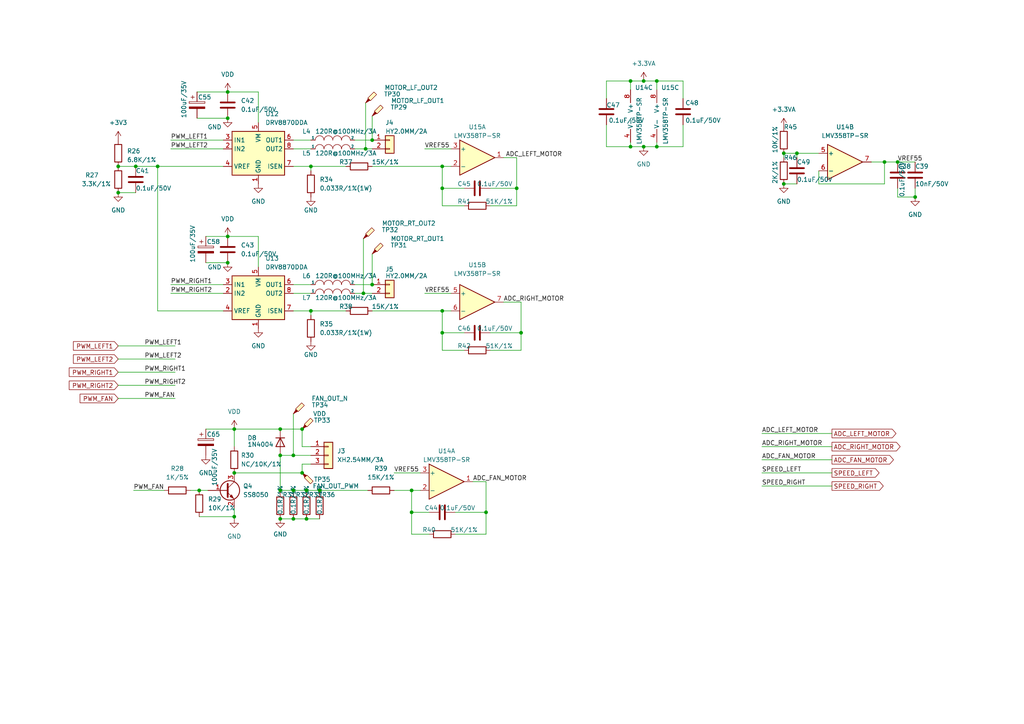
<source format=kicad_sch>
(kicad_sch (version 20231120) (generator "eeschema") (generator_version "8.0")
  (paper "A4")
  (lib_symbols
    (symbol "Amplifier_Operational:MCP6002-xSN" (pin_names (offset 0.127))
      (property "Reference" "U" (at 0 5.08 0))
      (property "Value" "MCP6002-xSN" (at 0 -5.08 0))
      (symbol "MCP6002-xSN_1_1"
        (polyline (pts (xy -5.08 5.08) (xy 5.08 0) (xy -5.08 -5.08) (xy -5.08 5.08)) (stroke (width 0.254)) (fill (type background)))
        (pin output line (at 7.62 0 180) (length 2.54) (name "~") (number "1"))
        (pin input line (at -7.62 -2.54 0) (length 2.54) (name "-") (number "2"))
        (pin input line (at -7.62 2.54 0) (length 2.54) (name "+") (number "3"))
      )
      (symbol "MCP6002-xSN_2_1"
        (polyline (pts (xy -5.08 5.08) (xy 5.08 0) (xy -5.08 -5.08) (xy -5.08 5.08)) (stroke (width 0.254)) (fill (type background)))
        (pin input line (at -7.62 2.54 0) (length 2.54) (name "+") (number "5"))
        (pin input line (at -7.62 -2.54 0) (length 2.54) (name "-") (number "6"))
        (pin output line (at 7.62 0 180) (length 2.54) (name "~") (number "7"))
      )
      (symbol "MCP6002-xSN_3_1"
        (pin power_in line (at -2.54 -7.62 90) (length 3.81) (name "V-") (number "4"))
        (pin power_in line (at -2.54 7.62 270) (length 3.81) (name "V+") (number "8"))
      )
    )
    (symbol "Connector:TestPoint_Probe" (pin_numbers hide) (pin_names (offset 0.762) hide)
      (property "Reference" "TP" (at 1.651 5.842 0))
      (property "Value" "TestPoint_Probe" (at 1.651 4.064 0))
      (symbol "TestPoint_Probe_0_1"
        (polyline (pts (xy 1.27 0.762) (xy 0 0) (xy 0.762 1.27) (xy 1.27 0.762)) (fill (type outline)))
        (polyline (pts (xy 1.397 0.635) (xy 0.635 1.397) (xy 2.413 3.175) (xy 3.175 2.413) (xy 1.397 0.635)) (fill (type background)))
      )
      (symbol "TestPoint_Probe_1_1"
        (pin passive line (at 0 0 90) (length 0) (name "1") (number "1"))
      )
    )
    (symbol "Connector_Generic:Conn_01x02" (pin_names (offset 1.016) hide)
      (property "Reference" "J" (at 0 2.54 0))
      (property "Value" "Conn_01x02" (at 0 -5.08 0))
      (symbol "Conn_01x02_1_1"
        (rectangle (start -1.27 -2.413) (end 0 -2.667) (stroke (width 0.1524)))
        (rectangle (start -1.27 0.127) (end 0 -0.127) (stroke (width 0.1524)))
        (rectangle (start -1.27 1.27) (end 1.27 -3.81) (stroke (width 0.254)) (fill (type background)))
        (pin passive line (at -5.08 0 0) (length 3.81) (name "Pin_1") (number "1"))
        (pin passive line (at -5.08 -2.54 0) (length 3.81) (name "Pin_2") (number "2"))
      )
    )
    (symbol "Connector_Generic:Conn_01x03" (pin_names (offset 1.016) hide)
      (property "Reference" "J" (at 0 5.08 0))
      (property "Value" "Conn_01x03" (at 0 -5.08 0))
      (symbol "Conn_01x03_1_1"
        (rectangle (start -1.27 -2.413) (end 0 -2.667) (stroke (width 0.1524)))
        (rectangle (start -1.27 0.127) (end 0 -0.127) (stroke (width 0.1524)))
        (rectangle (start -1.27 2.667) (end 0 2.413) (stroke (width 0.1524)))
        (rectangle (start -1.27 3.81) (end 1.27 -3.81) (stroke (width 0.254)) (fill (type background)))
        (pin passive line (at -5.08 2.54 0) (length 3.81) (name "Pin_1") (number "1"))
        (pin passive line (at -5.08 0 0) (length 3.81) (name "Pin_2") (number "2"))
        (pin passive line (at -5.08 -2.54 0) (length 3.81) (name "Pin_3") (number "3"))
      )
    )
    (symbol "Device:C" (pin_numbers hide) (pin_names (offset 0.254))
      (property "Reference" "C" (at 0.635 2.54 0))
      (property "Value" "C" (at 0.635 -2.54 0))
      (symbol "C_0_1"
        (polyline (pts (xy -2.032 -0.762) (xy 2.032 -0.762)) (stroke (width 0.508)))
        (polyline (pts (xy -2.032 0.762) (xy 2.032 0.762)) (stroke (width 0.508)))
      )
      (symbol "C_1_1"
        (pin passive line (at 0 3.81 270) (length 2.794) (name "~") (number "1"))
        (pin passive line (at 0 -3.81 90) (length 2.794) (name "~") (number "2"))
      )
    )
    (symbol "Device:C_Polarized" (pin_numbers hide) (pin_names (offset 0.254))
      (property "Reference" "C" (at 0.635 2.54 0))
      (property "Value" "C_Polarized" (at 0.635 -2.54 0))
      (symbol "C_Polarized_0_1"
        (rectangle (start -2.286 0.508) (end 2.286 1.016))
        (polyline (pts (xy -1.778 2.286) (xy -0.762 2.286)))
        (polyline (pts (xy -1.27 2.794) (xy -1.27 1.778)))
        (rectangle (start 2.286 -0.508) (end -2.286 -1.016) (fill (type outline)))
      )
      (symbol "C_Polarized_1_1"
        (pin passive line (at 0 3.81 270) (length 2.794) (name "~") (number "1"))
        (pin passive line (at 0 -3.81 90) (length 2.794) (name "~") (number "2"))
      )
    )
    (symbol "Device:D" (pin_numbers hide) (pin_names (offset 1.016) hide)
      (property "Reference" "D" (at 0 2.54 0))
      (property "Value" "D" (at 0 -2.54 0))
      (symbol "D_0_1"
        (polyline (pts (xy -1.27 1.27) (xy -1.27 -1.27)) (stroke (width 0.254)))
        (polyline (pts (xy 1.27 0) (xy -1.27 0)))
        (polyline (pts (xy 1.27 1.27) (xy 1.27 -1.27) (xy -1.27 0) (xy 1.27 1.27)) (stroke (width 0.254)))
      )
      (symbol "D_1_1"
        (pin passive line (at -3.81 0 0) (length 2.54) (name "K") (number "1"))
        (pin passive line (at 3.81 0 180) (length 2.54) (name "A") (number "2"))
      )
    )
    (symbol "Device:Q_NPN_BEC" (pin_names (offset 0) hide)
      (property "Reference" "Q" (at 5.08 1.27 0))
      (property "Value" "Q_NPN_BEC" (at 5.08 -1.27 0))
      (symbol "Q_NPN_BEC_0_1"
        (polyline (pts (xy 0.635 0.635) (xy 2.54 2.54)))
        (polyline (pts (xy 0.635 -0.635) (xy 2.54 -2.54) (xy 2.54 -2.54)))
        (polyline (pts (xy 0.635 1.905) (xy 0.635 -1.905) (xy 0.635 -1.905)) (stroke (width 0.508)))
        (polyline (pts (xy 1.27 -1.778) (xy 1.778 -1.27) (xy 2.286 -2.286) (xy 1.27 -1.778) (xy 1.27 -1.778)) (fill (type outline)))
        (circle (center 1.27 0) (radius 2.8194) (stroke (width 0.254)))
      )
      (symbol "Q_NPN_BEC_1_1"
        (pin input line (at -5.08 0 0) (length 5.715) (name "B") (number "1"))
        (pin passive line (at 2.54 -5.08 90) (length 2.54) (name "E") (number "2"))
        (pin passive line (at 2.54 5.08 270) (length 2.54) (name "C") (number "3"))
      )
    )
    (symbol "Device:R" (pin_numbers hide) (pin_names (offset 0))
      (property "Reference" "R" (at 2.032 0 90))
      (property "Value" "R" (at 0 0 90))
      (symbol "R_0_1"
        (rectangle (start -1.016 -2.54) (end 1.016 2.54) (stroke (width 0.254)))
      )
      (symbol "R_1_1"
        (pin passive line (at 0 3.81 270) (length 1.27) (name "~") (number "1"))
        (pin passive line (at 0 -3.81 90) (length 1.27) (name "~") (number "2"))
      )
    )
    (symbol "Driver_Motor:DRV8870DDA"
      (property "Reference" "U" (at -6.35 6.35 0))
      (property "Value" "DRV8870DDA" (at 8.89 6.35 0))
      (symbol "DRV8870DDA_0_1"
        (rectangle (start -7.62 5.08) (end 7.62 -7.62) (stroke (width 0.254)) (fill (type background)))
      )
      (symbol "DRV8870DDA_1_1"
        (pin power_in line (at 0 -10.16 90) (length 2.54) (name "GND") (number "1"))
        (pin input line (at -10.16 0 0) (length 2.54) (name "IN2") (number "2"))
        (pin input line (at -10.16 2.54 0) (length 2.54) (name "IN1") (number "3"))
        (pin input line (at -10.16 -5.08 0) (length 2.54) (name "VREF") (number "4"))
        (pin power_in line (at 0 7.62 270) (length 2.54) (name "VM") (number "5"))
        (pin output line (at 10.16 2.54 180) (length 2.54) (name "OUT1") (number "6"))
        (pin passive line (at 10.16 -5.08 180) (length 2.54) (name "ISEN") (number "7"))
        (pin output line (at 10.16 0 180) (length 2.54) (name "OUT2") (number "8"))
        (pin passive line (at 0 -10.16 90) (length 2.54) hide (name "GND") (number "9"))
      )
    )
    (symbol "power:+3.3VA" (power) (pin_names (offset 0))
      (property "Value" "+3.3VA" (at 0 3.556 0))
      (symbol "+3.3VA_0_1"
        (polyline (pts (xy -0.762 1.27) (xy 0 2.54)))
        (polyline (pts (xy 0 0) (xy 0 2.54)))
        (polyline (pts (xy 0 2.54) (xy 0.762 1.27)))
      )
      (symbol "+3.3VA_1_1"
        (pin power_in line (at 0 0 90) (length 0) hide (name "+3.3VA") (number "1"))
      )
    )
    (symbol "power:+3V3" (power) (pin_names (offset 0))
      (property "Value" "+3V3" (at 0 3.556 0))
      (symbol "+3V3_0_1"
        (polyline (pts (xy -0.762 1.27) (xy 0 2.54)))
        (polyline (pts (xy 0 0) (xy 0 2.54)))
        (polyline (pts (xy 0 2.54) (xy 0.762 1.27)))
      )
      (symbol "+3V3_1_1"
        (pin power_in line (at 0 0 90) (length 0) hide (name "+3V3") (number "1"))
      )
    )
    (symbol "power:GND" (power) (pin_names (offset 0))
      (property "Value" "GND" (at 0 -3.81 0))
      (symbol "GND_0_1"
        (polyline (pts (xy 0 0) (xy 0 -1.27) (xy 1.27 -1.27) (xy 0 -2.54) (xy -1.27 -1.27) (xy 0 -1.27)))
      )
      (symbol "GND_1_1"
        (pin power_in line (at 0 0 270) (length 0) hide (name "GND") (number "1"))
      )
    )
    (symbol "power:VDD" (power) (pin_names (offset 0))
      (property "Value" "VDD" (at 0 3.81 0))
      (symbol "VDD_0_1"
        (polyline (pts (xy -0.762 1.27) (xy 0 2.54)))
        (polyline (pts (xy 0 0) (xy 0 2.54)))
        (polyline (pts (xy 0 2.54) (xy 0.762 1.27)))
      )
      (symbol "VDD_1_1"
        (pin power_in line (at 0 0 90) (length 0) hide (name "VDD") (number "1"))
      )
    )
    (symbol "pspice:INDUCTOR" (pin_numbers hide) (pin_names (offset 0))
      (property "Reference" "L" (at 0 2.54 0))
      (property "Value" "INDUCTOR" (at 0 -1.27 0))
      (symbol "INDUCTOR_0_1"
        (arc (start -2.54 0) (mid -3.81 1.2645) (end -5.08 0))
        (arc (start 0 0) (mid -1.27 1.2645) (end -2.54 0))
        (arc (start 2.54 0) (mid 1.27 1.2645) (end 0 0))
        (arc (start 5.08 0) (mid 3.81 1.2645) (end 2.54 0))
      )
      (symbol "INDUCTOR_1_1"
        (pin input line (at -6.35 0 0) (length 1.27) (name "1") (number "1"))
        (pin input line (at 6.35 0 180) (length 1.27) (name "2") (number "2"))
      )
    )
  )
  (junction (at 39.37 48.26))
  (junction (at 90.17 48.26))
  (junction (at 66.04 68.58))
  (junction (at 140.97 148.59))
  (junction (at 88.9 150.495))
  (junction (at 186.69 23.495))
  (junction (at 128.27 54.61))
  (junction (at 88.9 142.24))
  (junction (at 256.54 46.99))
  (junction (at 85.09 150.495))
  (junction (at 128.27 48.26))
  (junction (at 45.72 48.26))
  (junction (at 81.28 150.495))
  (junction (at 128.27 90.17))
  (junction (at 149.86 54.61))
  (junction (at 87.63 137.16))
  (junction (at 119.38 148.59))
  (junction (at 85.09 142.24))
  (junction (at 67.945 137.16))
  (junction (at 105.41 85.09))
  (junction (at 182.88 23.495))
  (junction (at 81.28 124.46))
  (junction (at 67.945 149.86))
  (junction (at 57.785 142.24))
  (junction (at 190.5 42.545))
  (junction (at 151.13 96.52))
  (junction (at 67.945 124.46))
  (junction (at 34.29 48.26))
  (junction (at 231.14 44.45))
  (junction (at 119.38 142.24))
  (junction (at 265.43 57.15))
  (junction (at 227.33 53.34))
  (junction (at 227.33 44.45))
  (junction (at 87.63 124.46))
  (junction (at 128.27 96.52))
  (junction (at 260.35 46.99))
  (junction (at 81.28 132.08))
  (junction (at 34.29 55.88))
  (junction (at 85.09 132.08))
  (junction (at 182.88 42.545))
  (junction (at 186.69 42.545))
  (junction (at 90.17 90.17))
  (junction (at 92.71 142.24))
  (junction (at 190.5 23.495))
  (junction (at 107.95 40.64))
  (junction (at 106.045 43.18))
  (junction (at 81.28 142.24))
  (junction (at 107.95 82.55))
  (junction (at 66.04 76.2))
  (junction (at 66.04 26.67))
  (junction (at 66.04 34.29))
  (wire (pts (xy 87.63 137.16) (xy 87.63 134.62)))
  (wire (pts (xy 128.27 96.52) (xy 128.27 90.17)))
  (wire (pts (xy 85.09 142.24) (xy 85.09 142.875)))
  (wire (pts (xy 220.98 133.35) (xy 241.3 133.35)))
  (wire (pts (xy 128.27 59.69) (xy 128.27 54.61)))
  (wire (pts (xy 119.38 142.24) (xy 119.38 148.59)))
  (wire (pts (xy 132.08 154.94) (xy 140.97 154.94)))
  (wire (pts (xy 85.09 132.08) (xy 90.17 132.08)))
  (wire (pts (xy 64.77 90.17) (xy 45.72 90.17)))
  (wire (pts (xy 88.9 142.24) (xy 92.71 142.24)))
  (wire (pts (xy 119.38 148.59) (xy 124.46 148.59)))
  (wire (pts (xy 87.63 124.46) (xy 81.28 124.46)))
  (wire (pts (xy 102.87 43.18) (xy 106.045 43.18)))
  (wire (pts (xy 107.95 33.655) (xy 107.95 40.64)))
  (wire (pts (xy 149.86 45.72) (xy 146.05 45.72)))
  (wire (pts (xy 92.71 142.24) (xy 106.68 142.24)))
  (wire (pts (xy 260.35 57.15) (xy 265.43 57.15)))
  (wire (pts (xy 175.895 36.195) (xy 175.895 42.545)))
  (wire (pts (xy 265.43 54.61) (xy 265.43 57.15)))
  (wire (pts (xy 59.69 124.46) (xy 67.945 124.46)))
  (wire (pts (xy 107.95 90.17) (xy 128.27 90.17)))
  (wire (pts (xy 49.53 40.64) (xy 64.77 40.64)))
  (wire (pts (xy 114.3 137.16) (xy 121.92 137.16)))
  (wire (pts (xy 182.88 23.495) (xy 186.69 23.495)))
  (wire (pts (xy 260.35 54.61) (xy 260.35 57.15)))
  (wire (pts (xy 142.24 54.61) (xy 149.86 54.61)))
  (wire (pts (xy 140.97 139.7) (xy 137.16 139.7)))
  (wire (pts (xy 105.41 69.215) (xy 105.41 85.09)))
  (wire (pts (xy 66.04 26.67) (xy 74.93 26.67)))
  (wire (pts (xy 132.08 148.59) (xy 140.97 148.59)))
  (wire (pts (xy 74.93 68.58) (xy 74.93 77.47)))
  (wire (pts (xy 220.98 129.54) (xy 241.3 129.54)))
  (wire (pts (xy 128.27 90.17) (xy 130.81 90.17)))
  (wire (pts (xy 34.29 55.88) (xy 39.37 55.88)))
  (wire (pts (xy 85.09 85.09) (xy 90.17 85.09)))
  (wire (pts (xy 149.86 59.69) (xy 149.86 54.61)))
  (wire (pts (xy 256.54 46.99) (xy 260.35 46.99)))
  (wire (pts (xy 45.72 48.26) (xy 45.72 90.17)))
  (wire (pts (xy 182.88 23.495) (xy 182.88 26.035)))
  (wire (pts (xy 87.63 129.54) (xy 87.63 124.46)))
  (wire (pts (xy 107.95 73.66) (xy 107.95 82.55)))
  (wire (pts (xy 198.12 23.495) (xy 190.5 23.495)))
  (wire (pts (xy 175.895 42.545) (xy 182.88 42.545)))
  (wire (pts (xy 49.53 43.18) (xy 64.77 43.18)))
  (wire (pts (xy 85.09 142.24) (xy 88.9 142.24)))
  (wire (pts (xy 39.37 48.26) (xy 45.72 48.26)))
  (wire (pts (xy 106.045 43.18) (xy 107.95 43.18)))
  (wire (pts (xy 85.09 43.18) (xy 90.17 43.18)))
  (wire (pts (xy 134.62 59.69) (xy 128.27 59.69)))
  (wire (pts (xy 123.19 85.09) (xy 130.81 85.09)))
  (wire (pts (xy 142.24 101.6) (xy 151.13 101.6)))
  (wire (pts (xy 67.945 147.32) (xy 67.945 149.86)))
  (wire (pts (xy 237.49 53.34) (xy 256.54 53.34)))
  (wire (pts (xy 124.46 154.94) (xy 119.38 154.94)))
  (wire (pts (xy 190.5 42.545) (xy 198.12 42.545)))
  (wire (pts (xy 81.28 150.495) (xy 85.09 150.495)))
  (wire (pts (xy 186.69 23.495) (xy 190.5 23.495)))
  (wire (pts (xy 74.93 26.67) (xy 74.93 35.56)))
  (wire (pts (xy 128.27 101.6) (xy 128.27 96.52)))
  (wire (pts (xy 67.945 124.46) (xy 67.945 129.54)))
  (wire (pts (xy 220.98 125.73) (xy 241.3 125.73)))
  (wire (pts (xy 175.895 23.495) (xy 182.88 23.495)))
  (wire (pts (xy 190.5 42.545) (xy 186.69 42.545)))
  (wire (pts (xy 190.5 41.275) (xy 190.5 42.545)))
  (wire (pts (xy 88.9 142.24) (xy 88.9 142.875)))
  (wire (pts (xy 123.19 43.18) (xy 130.81 43.18)))
  (wire (pts (xy 102.87 82.55) (xy 107.95 82.55)))
  (wire (pts (xy 151.13 87.63) (xy 146.05 87.63)))
  (wire (pts (xy 85.09 40.64) (xy 90.17 40.64)))
  (wire (pts (xy 107.95 48.26) (xy 128.27 48.26)))
  (wire (pts (xy 81.28 142.24) (xy 85.09 142.24)))
  (wire (pts (xy 34.29 104.14) (xy 50.8 104.14)))
  (wire (pts (xy 198.12 42.545) (xy 198.12 36.195)))
  (wire (pts (xy 90.17 48.26) (xy 100.33 48.26)))
  (wire (pts (xy 237.49 49.53) (xy 237.49 53.34)))
  (wire (pts (xy 90.17 49.53) (xy 90.17 48.26)))
  (wire (pts (xy 151.13 101.6) (xy 151.13 96.52)))
  (wire (pts (xy 128.27 54.61) (xy 128.27 48.26)))
  (wire (pts (xy 182.88 42.545) (xy 182.88 41.275)))
  (wire (pts (xy 190.5 26.035) (xy 190.5 23.495)))
  (wire (pts (xy 128.27 96.52) (xy 134.62 96.52)))
  (wire (pts (xy 87.63 134.62) (xy 90.17 134.62)))
  (wire (pts (xy 57.15 26.67) (xy 66.04 26.67)))
  (wire (pts (xy 90.17 91.44) (xy 90.17 90.17)))
  (wire (pts (xy 81.28 142.24) (xy 81.28 142.875)))
  (wire (pts (xy 57.785 149.86) (xy 67.945 149.86)))
  (wire (pts (xy 85.09 48.26) (xy 90.17 48.26)))
  (wire (pts (xy 256.54 53.34) (xy 256.54 46.99)))
  (wire (pts (xy 231.14 44.45) (xy 231.14 45.72)))
  (wire (pts (xy 227.33 53.34) (xy 231.14 53.34)))
  (wire (pts (xy 140.97 154.94) (xy 140.97 148.59)))
  (wire (pts (xy 81.28 132.08) (xy 85.09 132.08)))
  (wire (pts (xy 59.69 68.58) (xy 66.04 68.58)))
  (wire (pts (xy 142.24 59.69) (xy 149.86 59.69)))
  (wire (pts (xy 34.29 100.33) (xy 50.8 100.33)))
  (wire (pts (xy 88.9 150.495) (xy 92.71 150.495)))
  (wire (pts (xy 256.54 46.99) (xy 252.73 46.99)))
  (wire (pts (xy 45.72 48.26) (xy 64.77 48.26)))
  (wire (pts (xy 149.86 54.61) (xy 149.86 45.72)))
  (wire (pts (xy 260.35 46.99) (xy 265.43 46.99)))
  (wire (pts (xy 227.33 45.72) (xy 227.33 44.45)))
  (wire (pts (xy 85.09 150.495) (xy 88.9 150.495)))
  (wire (pts (xy 85.09 90.17) (xy 90.17 90.17)))
  (wire (pts (xy 57.15 34.29) (xy 66.04 34.29)))
  (wire (pts (xy 49.53 82.55) (xy 64.77 82.55)))
  (wire (pts (xy 128.27 48.26) (xy 130.81 48.26)))
  (wire (pts (xy 119.38 148.59) (xy 119.38 154.94)))
  (wire (pts (xy 90.17 90.17) (xy 100.33 90.17)))
  (wire (pts (xy 57.785 142.24) (xy 60.325 142.24)))
  (wire (pts (xy 151.13 96.52) (xy 151.13 87.63)))
  (wire (pts (xy 220.98 137.16) (xy 241.3 137.16)))
  (wire (pts (xy 142.24 96.52) (xy 151.13 96.52)))
  (wire (pts (xy 105.41 85.09) (xy 107.95 85.09)))
  (wire (pts (xy 34.29 111.76) (xy 50.8 111.76)))
  (wire (pts (xy 140.97 148.59) (xy 140.97 139.7)))
  (wire (pts (xy 34.29 107.95) (xy 50.8 107.95)))
  (wire (pts (xy 102.87 40.64) (xy 107.95 40.64)))
  (wire (pts (xy 106.045 29.845) (xy 106.045 43.18)))
  (wire (pts (xy 231.14 44.45) (xy 237.49 44.45)))
  (wire (pts (xy 87.63 129.54) (xy 90.17 129.54)))
  (wire (pts (xy 34.29 115.57) (xy 50.8 115.57)))
  (wire (pts (xy 175.895 28.575) (xy 175.895 23.495)))
  (wire (pts (xy 34.29 48.26) (xy 39.37 48.26)))
  (wire (pts (xy 38.735 142.24) (xy 47.625 142.24)))
  (wire (pts (xy 85.09 120.015) (xy 85.09 132.08)))
  (wire (pts (xy 67.945 150.495) (xy 67.945 149.86)))
  (wire (pts (xy 119.38 142.24) (xy 121.92 142.24)))
  (wire (pts (xy 92.71 142.24) (xy 92.71 142.875)))
  (wire (pts (xy 220.98 140.97) (xy 241.3 140.97)))
  (wire (pts (xy 186.69 42.545) (xy 182.88 42.545)))
  (wire (pts (xy 134.62 101.6) (xy 128.27 101.6)))
  (wire (pts (xy 85.09 82.55) (xy 90.17 82.55)))
  (wire (pts (xy 134.62 54.61) (xy 128.27 54.61)))
  (wire (pts (xy 81.28 132.08) (xy 81.28 142.24)))
  (wire (pts (xy 59.69 76.2) (xy 66.04 76.2)))
  (wire (pts (xy 66.04 68.58) (xy 74.93 68.58)))
  (wire (pts (xy 114.3 142.24) (xy 119.38 142.24)))
  (wire (pts (xy 55.245 142.24) (xy 57.785 142.24)))
  (wire (pts (xy 67.945 137.16) (xy 87.63 137.16)))
  (wire (pts (xy 67.945 124.46) (xy 81.28 124.46)))
  (wire (pts (xy 102.87 85.09) (xy 105.41 85.09)))
  (wire (pts (xy 198.12 28.575) (xy 198.12 23.495)))
  (wire (pts (xy 49.53 85.09) (xy 64.77 85.09)))
  (wire (pts (xy 227.33 44.45) (xy 231.14 44.45)))
  (label "VREF55" (at 114.3 137.16 0))
  (label "ADC_RIGHT_MOTOR" (at 146.05 87.63 0))
  (label "VREF55" (at 123.19 43.18 0))
  (label "ADC_FAN_MOTOR" (at 137.16 139.7 0))
  (label "PWM_LEFT2" (at 41.91 104.14 0))
  (label "ADC_RIGHT_MOTOR" (at 220.98 129.54 0))
  (label "SPEED_LEFT" (at 220.98 137.16 0))
  (label "VREF55" (at 260.35 46.99 0))
  (label "VREF55" (at 123.19 85.09 0))
  (label "PWM_FAN" (at 41.91 115.57 0))
  (label "SPEED_RIGHT" (at 220.98 140.97 0))
  (label "PWM_LEFT1" (at 49.53 40.64 0))
  (label "PWM_RIGHT2" (at 41.91 111.76 0))
  (label "ADC_FAN_MOTOR" (at 220.98 133.35 0))
  (label "PWM_RIGHT1" (at 49.53 82.55 0))
  (label "PWM_LEFT1" (at 41.91 100.33 0))
  (label "PWM_LEFT2" (at 49.53 43.18 0))
  (label "ADC_LEFT_MOTOR" (at 146.685 45.72 0))
  (label "PWM_RIGHT1" (at 41.91 107.95 0))
  (label "PWM_RIGHT2" (at 49.53 85.09 0))
  (label "PWM_FAN" (at 38.735 142.24 0))
  (label "ADC_LEFT_MOTOR" (at 220.98 125.73 0))
  (global_label "PWM_FAN" (shape input) (at 34.29 115.57 180) (property "Intersheetrefs" "${INTERSHEET_REFS}" (effects (hide yes))))
  (global_label "ADC_FAN_MOTOR" (shape output) (at 241.3 133.35 0) (property "Intersheetrefs" "${INTERSHEET_REFS}" (effects (hide yes))))
  (global_label "PWM_RIGHT2" (shape input) (at 34.29 111.76 180) (property "Intersheetrefs" "${INTERSHEET_REFS}" (effects (hide yes))))
  (global_label "ADC_LEFT_MOTOR" (shape output) (at 241.3 125.73 0) (property "Intersheetrefs" "${INTERSHEET_REFS}" (effects (hide yes))))
  (global_label "PWM_LEFT2" (shape input) (at 34.29 104.14 180) (property "Intersheetrefs" "${INTERSHEET_REFS}" (effects (hide yes))))
  (global_label "ADC_RIGHT_MOTOR" (shape output) (at 241.3 129.54 0) (property "Intersheetrefs" "${INTERSHEET_REFS}" (effects (hide yes))))
  (global_label "SPEED_LEFT" (shape output) (at 241.3 137.16 0) (property "Intersheetrefs" "${INTERSHEET_REFS}" (effects (hide yes))))
  (global_label "PWM_RIGHT1" (shape input) (at 34.29 107.95 180) (property "Intersheetrefs" "${INTERSHEET_REFS}" (effects (hide yes))))
  (global_label "SPEED_RIGHT" (shape output) (at 241.3 140.97 0) (property "Intersheetrefs" "${INTERSHEET_REFS}" (effects (hide yes))))
  (global_label "PWM_LEFT1" (shape input) (at 34.29 100.33 180) (property "Intersheetrefs" "${INTERSHEET_REFS}" (effects (hide yes))))
  (symbol (lib_id "Device:C") (at 66.04 72.39 0) (unit 1)
    (property "Reference" "C43" (at 69.85 71.1199 0) (effects (justify left)))
    (property "Value" "0.1uF/50V" (at 69.85 73.6599 0) (effects (justify left)))
    (property "Footprint" "Capacitor_SMD:C_0603_1608Metric" (effects (hide yes)))
  )
  (symbol (lib_id "Device:C") (at 138.43 96.52 90) (unit 1)
    (property "Reference" "C46" (at 134.62 95.25 90))
    (property "Value" "0.1uF/50V" (at 143.51 95.25 90))
    (property "Footprint" "Capacitor_SMD:C_0603_1608Metric" (effects (hide yes)))
  )
  (symbol (lib_id "Device:C") (at 231.14 49.53 0) (unit 1)
    (property "Reference" "C49" (at 231.14 46.99 0) (effects (justify left)))
    (property "Value" "0.1uF/50V" (at 231.14 52.07 0) (effects (justify left)))
    (property "Footprint" "Capacitor_SMD:C_0603_1608Metric" (effects (hide yes)))
  )
  (symbol (lib_id "Amplifier_Operational:MCP6002-xSN") (at 138.43 45.72 0) (unit 1)
    (property "Reference" "U15" (at 138.43 36.83 0))
    (property "Value" "LMV358TP-SR" (at 138.43 39.37 0))
    (property "Footprint" "Package_SO:SOIC-8_3.9x4.9mm_P1.27mm" (effects (hide yes)))
    (property "Datasheet" "http://ww1.microchip.com/downloads/en/DeviceDoc/21733j.pdf" (effects (hide yes)))
  )
  (symbol (lib_id "Device:R") (at 57.785 146.05 180) (unit 1)
    (property "Reference" "R29" (at 60.325 144.7799 0) (effects (justify right)))
    (property "Value" "10K/1%" (at 60.325 147.3199 0) (effects (justify right)))
    (property "Footprint" "Resistor_SMD:R_0603_1608Metric" (effects (hide yes)))
  )
  (symbol (lib_id "Device:C") (at 175.895 32.385 0) (unit 1)
    (property "Reference" "C47" (at 175.895 30.48 0) (effects (justify left)))
    (property "Value" "0.1uF/50V" (at 176.53 34.925 0) (effects (justify left)))
    (property "Footprint" "Capacitor_SMD:C_0603_1608Metric" (effects (hide yes)))
  )
  (symbol (lib_id "Device:R") (at 227.33 49.53 0) (unit 1)
    (property "Reference" "R46" (at 227.33 45.72 0) (effects (justify left)))
    (property "Value" "2K/1%" (at 224.79 53.34 90) (effects (justify left)))
    (property "Footprint" "Resistor_SMD:R_0603_1608Metric" (effects (hide yes)))
  )
  (symbol (lib_id "Connector:TestPoint_Probe") (at 107.95 73.66 0) (unit 1)
    (property "Reference" "TP31" (at 118.11 71.12 0) (effects (justify right)))
    (property "Value" "MOTOR_RT_OUT1" (at 128.905 69.215 0) (effects (justify right)))
    (property "Footprint" "TestPoint:TestPoint_Pad_D1.0mm" (effects (hide yes)))
  )
  (symbol (lib_id "power:GND") (at 74.93 53.34 0) (unit 1)
    (property "Reference" "#PWR0161" (effects (hide yes)))
    (property "Value" "GND" (at 74.93 58.42 0))
  )
  (symbol (lib_id "Device:R") (at 110.49 142.24 90) (unit 1)
    (property "Reference" "R39" (at 110.49 135.89 90))
    (property "Value" "15K/1%" (at 110.49 138.43 90))
    (property "Footprint" "Resistor_SMD:R_0603_1608Metric" (effects (hide yes)))
  )
  (symbol (lib_id "Device:R") (at 90.17 95.25 0) (unit 1)
    (property "Reference" "R35" (at 92.71 93.9799 0) (effects (justify left)))
    (property "Value" "0.033R/1%(1W)" (at 92.71 96.5199 0) (effects (justify left)))
    (property "Footprint" "Resistor_SMD:R_1206_3216Metric" (effects (hide yes)))
  )
  (symbol (lib_id "Connector:TestPoint_Probe") (at 106.045 29.845 0) (unit 1)
    (property "Reference" "TP30" (at 116.205 27.305 0) (effects (justify right)))
    (property "Value" "MOTOR_LF_OUT2" (at 127 25.4 0) (effects (justify right)))
    (property "Footprint" "TestPoint:TestPoint_Pad_D1.0mm" (effects (hide yes)))
  )
  (symbol (lib_id "Amplifier_Operational:MCP6002-xSN") (at 138.43 87.63 0) (unit 2)
    (property "Reference" "U15" (at 138.43 76.835 0))
    (property "Value" "LMV358TP-SR" (at 138.43 79.375 0))
    (property "Footprint" "Package_SO:SOIC-8_3.9x4.9mm_P1.27mm" (effects (hide yes)))
    (property "Datasheet" "http://ww1.microchip.com/downloads/en/DeviceDoc/21733j.pdf" (effects (hide yes)))
  )
  (symbol (lib_id "power:GND") (at 67.945 150.495 0) (unit 1)
    (property "Reference" "#PWR0164" (effects (hide yes)))
    (property "Value" "GND" (at 67.945 155.575 0))
  )
  (symbol (lib_id "Driver_Motor:DRV8870DDA") (at 74.93 85.09 0) (unit 1)
    (property "Reference" "U13" (at 76.9494 74.93 0) (effects (justify left)))
    (property "Value" "DRV8870DDA" (at 76.9494 77.47 0) (effects (justify left)))
    (property "Footprint" "Package_SO:Texas_HTSOP-8-1EP_3.9x4.9mm_P1.27mm_EP2.95x4.9mm_Mask2.4x3.1mm_ThermalVias" (effects (hide yes)))
    (property "Datasheet" "http://www.ti.com/lit/ds/symlink/drv8870.pdf" (effects (hide yes)))
  )
  (symbol (lib_id "power:+3V3") (at 34.29 40.64 0) (unit 1)
    (property "Reference" "#PWR0183" (effects (hide yes)))
    (property "Value" "+3V3" (at 34.29 35.56 0))
  )
  (symbol (lib_id "Amplifier_Operational:MCP6002-xSN") (at 129.54 139.7 0) (unit 1)
    (property "Reference" "U14" (at 129.54 130.81 0))
    (property "Value" "LMV358TP-SR" (at 129.54 133.35 0))
    (property "Footprint" "Package_SO:SOIC-8_3.9x4.9mm_P1.27mm" (effects (hide yes)))
    (property "Datasheet" "http://ww1.microchip.com/downloads/en/DeviceDoc/21733j.pdf" (effects (hide yes)))
  )
  (symbol (lib_id "power:GND") (at 186.69 42.545 0) (unit 1)
    (property "Reference" "#PWR0169" (effects (hide yes)))
    (property "Value" "GND" (at 186.69 47.625 0))
  )
  (symbol (lib_id "power:GND") (at 34.29 55.88 0) (unit 1)
    (property "Reference" "#PWR0184" (effects (hide yes)))
    (property "Value" "GND" (at 34.29 60.96 0))
  )
  (symbol (lib_id "Driver_Motor:DRV8870DDA") (at 74.93 43.18 0) (unit 1)
    (property "Reference" "U12" (at 76.9494 33.02 0) (effects (justify left)))
    (property "Value" "DRV8870DDA" (at 76.9494 35.56 0) (effects (justify left)))
    (property "Footprint" "Package_SO:Texas_HTSOP-8-1EP_3.9x4.9mm_P1.27mm_EP2.95x4.9mm_Mask2.4x3.1mm_ThermalVias" (effects (hide yes)))
    (property "Datasheet" "http://www.ti.com/lit/ds/symlink/drv8870.pdf" (effects (hide yes)))
  )
  (symbol (lib_id "Device:R") (at 104.14 48.26 90) (unit 1)
    (property "Reference" "R37" (at 100.33 46.99 90))
    (property "Value" "15K/1%" (at 111.76 46.99 90))
    (property "Footprint" "Resistor_SMD:R_0603_1608Metric" (effects (hide yes)))
  )
  (symbol (lib_id "power:GND") (at 66.04 34.29 0) (unit 1)
    (property "Reference" "#PWR0173" (effects (hide yes)))
    (property "Value" "GND" (at 62.23 36.83 0))
  )
  (symbol (lib_id "Device:C_Polarized") (at 57.15 30.48 0) (unit 1)
    (property "Reference" "C55" (at 57.404 28.194 0) (effects (justify left)))
    (property "Value" "100uF/35V" (at 53.34 34.29 90) (effects (justify left)))
    (property "Footprint" "Capacitor_SMD:CP_Elec_6.3x5.4" (effects (hide yes)))
  )
  (symbol (lib_id "Connector:TestPoint_Probe") (at 87.63 137.16 270) (unit 1)
    (property "Reference" "TP35" (at 95.885 139.065 90) (effects (justify right)))
    (property "Value" "FAN_OUT_PWM" (at 104.14 140.97 90) (effects (justify right)))
    (property "Footprint" "TestPoint:TestPoint_Pad_D1.0mm" (effects (hide yes)))
  )
  (symbol (lib_id "Device:R") (at 227.33 40.64 0) (unit 1)
    (property "Reference" "R45" (at 227.33 36.83 0) (effects (justify left)))
    (property "Value" "10K/1%" (at 224.79 44.45 90) (effects (justify left)))
    (property "Footprint" "Resistor_SMD:R_0603_1608Metric" (effects (hide yes)))
  )
  (symbol (lib_id "Connector:TestPoint_Probe") (at 85.09 120.015 0) (unit 1)
    (property "Reference" "TP34" (at 95.25 117.475 0) (effects (justify right)))
    (property "Value" "FAN_OUT_N" (at 100.965 115.57 0) (effects (justify right)))
    (property "Footprint" "TestPoint:TestPoint_Pad_D1.0mm" (effects (hide yes)))
  )
  (symbol (lib_id "power:+3.3VA") (at 227.33 36.83 0) (unit 1)
    (property "Reference" "#PWR0179" (effects (hide yes)))
    (property "Value" "+3.3VA" (at 227.33 31.75 0))
  )
  (symbol (lib_id "Connector_Generic:Conn_01x03") (at 95.25 132.08 0) (unit 1)
    (property "Reference" "J3" (at 97.79 130.8099 0) (effects (justify left)))
    (property "Value" "XH2.54MM/3A" (at 97.79 133.3499 0) (effects (justify left)))
    (property "Footprint" "Connector_JST:JST_XH_B3B-XH-A_1x03_P2.50mm_Vertical" (effects (hide yes)))
  )
  (symbol (lib_id "power:GND") (at 90.17 57.15 0) (unit 1)
    (property "Reference" "#PWR0172" (effects (hide yes)))
    (property "Value" "GND" (at 90.17 60.96 0))
  )
  (symbol (lib_id "Connector_Generic:Conn_01x02") (at 113.03 82.55 0) (unit 1)
    (property "Reference" "J5" (at 111.76 78.105 0) (effects (justify left)))
    (property "Value" "HY2.0MM/2A" (at 111.76 80.01 0) (effects (justify left)))
    (property "Footprint" "Ovo_Connector_YH:YH_HY_2A_1x02_P2.00mm_Vertical" (effects (hide yes)))
  )
  (symbol (lib_id "Device:C") (at 138.43 54.61 90) (unit 1)
    (property "Reference" "C45" (at 134.62 53.34 90))
    (property "Value" "0.1uF/50V" (at 143.51 53.34 90))
    (property "Footprint" "Capacitor_SMD:C_0603_1608Metric" (effects (hide yes)))
  )
  (symbol (lib_id "Device:R") (at 128.27 154.94 90) (unit 1)
    (property "Reference" "R40" (at 124.46 153.67 90))
    (property "Value" "51K/1%" (at 134.62 153.67 90))
    (property "Footprint" "Resistor_SMD:R_0603_1608Metric" (effects (hide yes)))
  )
  (symbol (lib_id "Device:C") (at 66.04 30.48 0) (unit 1)
    (property "Reference" "C42" (at 69.85 29.2099 0) (effects (justify left)))
    (property "Value" "0.1uF/50V" (at 69.85 31.7499 0) (effects (justify left)))
    (property "Footprint" "Capacitor_SMD:C_0603_1608Metric" (effects (hide yes)))
  )
  (symbol (lib_id "Device:R") (at 138.43 59.69 90) (unit 1)
    (property "Reference" "R41" (at 134.62 58.42 90))
    (property "Value" "51K/1%" (at 144.78 58.42 90))
    (property "Footprint" "Resistor_SMD:R_0603_1608Metric" (effects (hide yes)))
  )
  (symbol (lib_id "Amplifier_Operational:MCP6002-xSN") (at 193.04 33.655 0) (unit 3)
    (property "Reference" "U15" (at 191.77 25.4 0) (effects (justify left)))
    (property "Value" "LMV358TP-SR" (at 193.04 41.91 90) (effects (justify left)))
    (property "Footprint" "Package_SO:SOIC-8_3.9x4.9mm_P1.27mm" (effects (hide yes)))
    (property "Datasheet" "http://ww1.microchip.com/downloads/en/DeviceDoc/21733j.pdf" (effects (hide yes)))
  )
  (symbol (lib_id "pspice:INDUCTOR") (at 96.52 82.55 0) (unit 1)
    (property "Reference" "L6" (at 88.9 80.01 0))
    (property "Value" "120R@100MHz/3A" (at 100.33 80.01 0))
    (property "Footprint" "Inductor_SMD:L_1206_3216Metric" (effects (hide yes)))
  )
  (symbol (lib_id "Device:Q_NPN_BEC") (at 65.405 142.24 0) (unit 1)
    (property "Reference" "Q4" (at 70.485 140.9699 0) (effects (justify left)))
    (property "Value" "SS8050" (at 70.485 143.5099 0) (effects (justify left)))
    (property "Footprint" "Package_TO_SOT_SMD:SOT-23" (effects (hide yes)))
  )
  (symbol (lib_id "Device:R") (at 90.17 53.34 0) (unit 1)
    (property "Reference" "R34" (at 92.71 52.0699 0) (effects (justify left)))
    (property "Value" "0.033R/1%(1W)" (at 92.71 54.6099 0) (effects (justify left)))
    (property "Footprint" "Resistor_SMD:R_1206_3216Metric" (effects (hide yes)))
  )
  (symbol (lib_id "Device:R") (at 88.9 146.685 0) (unit 1)
    (property "Reference" "R33" (at 89.535 143.51 0) (effects (justify left)))
    (property "Value" "0.1R/1%" (at 88.9 149.225 90) (effects (justify left)))
    (property "Footprint" "Resistor_SMD:R_0805_2012Metric" (effects (hide yes)))
  )
  (symbol (lib_id "Connector:TestPoint_Probe") (at 105.41 69.215 0) (unit 1)
    (property "Reference" "TP32" (at 115.57 66.675 0) (effects (justify right)))
    (property "Value" "MOTOR_RT_OUT2" (at 126.365 64.77 0) (effects (justify right)))
    (property "Footprint" "TestPoint:TestPoint_Pad_D1.0mm" (effects (hide yes)))
  )
  (symbol (lib_id "power:GND") (at 74.93 95.25 0) (unit 1)
    (property "Reference" "#PWR0159" (effects (hide yes)))
    (property "Value" "GND" (at 74.93 100.33 0))
  )
  (symbol (lib_id "power:GND") (at 90.17 99.06 0) (unit 1)
    (property "Reference" "#PWR0185" (effects (hide yes)))
    (property "Value" "GND" (at 90.17 102.87 0))
  )
  (symbol (lib_id "Device:R") (at 92.71 146.685 0) (unit 1)
    (property "Reference" "R36" (at 93.345 143.51 0) (effects (justify left)))
    (property "Value" "0.1R/1%" (at 92.71 149.225 90) (effects (justify left)))
    (property "Footprint" "Resistor_SMD:R_0805_2012Metric" (effects (hide yes)))
  )
  (symbol (lib_id "power:GND") (at 66.04 76.2 0) (unit 1)
    (property "Reference" "#PWR0170" (effects (hide yes)))
    (property "Value" "GND" (at 62.23 77.47 0))
  )
  (symbol (lib_id "Device:R") (at 34.29 44.45 0) (unit 1)
    (property "Reference" "R26" (at 36.83 43.815 0) (effects (justify left)))
    (property "Value" "6.8K/1%" (at 36.83 46.355 0) (effects (justify left)))
    (property "Footprint" "Resistor_SMD:R_0603_1608Metric" (effects (hide yes)))
  )
  (symbol (lib_id "Connector:TestPoint_Probe") (at 87.63 124.46 0) (unit 1)
    (property "Reference" "TP33" (at 95.885 121.92 0) (effects (justify right)))
    (property "Value" "VDD" (at 94.615 120.015 0) (effects (justify right)))
    (property "Footprint" "TestPoint:TestPoint_Pad_D1.0mm" (effects (hide yes)))
  )
  (symbol (lib_id "Device:C") (at 39.37 52.07 0) (unit 1)
    (property "Reference" "C41" (at 39.37 49.53 0) (effects (justify left)))
    (property "Value" "0.1uF/50V" (at 39.37 54.61 0) (effects (justify left)))
    (property "Footprint" "Capacitor_SMD:C_0603_1608Metric" (effects (hide yes)))
  )
  (symbol (lib_id "power:+3.3VA") (at 186.69 23.495 0) (unit 1)
    (property "Reference" "#PWR0168" (effects (hide yes)))
    (property "Value" "+3.3VA" (at 186.69 18.415 0))
  )
  (symbol (lib_id "Amplifier_Operational:MCP6002-xSN") (at 245.11 46.99 0) (unit 2)
    (property "Reference" "U14" (at 245.11 36.83 0))
    (property "Value" "LMV358TP-SR" (at 245.11 39.37 0))
    (property "Footprint" "Package_SO:SOIC-8_3.9x4.9mm_P1.27mm" (effects (hide yes)))
    (property "Datasheet" "http://ww1.microchip.com/downloads/en/DeviceDoc/21733j.pdf" (effects (hide yes)))
  )
  (symbol (lib_id "Device:C_Polarized") (at 59.69 128.27 0) (unit 1)
    (property "Reference" "C65" (at 59.944 125.984 0) (effects (justify left)))
    (property "Value" "100uF/35V" (at 62.23 140.97 90) (effects (justify left)))
    (property "Footprint" "Capacitor_SMD:CP_Elec_6.3x5.4" (effects (hide yes)))
  )
  (symbol (lib_id "pspice:INDUCTOR") (at 96.52 85.09 0) (unit 1)
    (property "Reference" "L7" (at 88.9 86.36 0))
    (property "Value" "120R@100MHz/3A" (at 100.33 86.36 0))
    (property "Footprint" "Inductor_SMD:L_1206_3216Metric" (effects (hide yes)))
  )
  (symbol (lib_id "Device:R") (at 34.29 52.07 0) (unit 1)
    (property "Reference" "R27" (at 26.67 50.8 0))
    (property "Value" "3.3K/1%" (at 27.94 53.34 0))
    (property "Footprint" "Resistor_SMD:R_0603_1608Metric" (effects (hide yes)))
  )
  (symbol (lib_id "power:GND") (at 59.69 132.08 0) (unit 1)
    (property "Reference" "#PWR0165" (effects (hide yes)))
    (property "Value" "GND" (at 59.69 137.16 0))
  )
  (symbol (lib_id "Device:C") (at 198.12 32.385 0) (unit 1)
    (property "Reference" "C48" (at 198.755 29.845 0) (effects (justify left)))
    (property "Value" "0.1uF/50V" (at 198.755 34.925 0) (effects (justify left)))
    (property "Footprint" "Capacitor_SMD:C_0603_1608Metric" (effects (hide yes)))
  )
  (symbol (lib_id "Device:C") (at 265.43 50.8 0) (unit 1)
    (property "Reference" "C39" (at 265.43 48.26 0) (effects (justify left)))
    (property "Value" "10nF/50V" (at 265.43 53.34 0) (effects (justify left)))
    (property "Footprint" "Capacitor_SMD:C_0603_1608Metric" (effects (hide yes)))
  )
  (symbol (lib_id "Connector_Generic:Conn_01x02") (at 113.03 40.64 0) (unit 1)
    (property "Reference" "J4" (at 111.76 35.56 0) (effects (justify left)))
    (property "Value" "HY2.0MM/2A" (at 111.76 38.1 0) (effects (justify left)))
    (property "Footprint" "Ovo_Connector_YH:YH_HY_2A_1x02_P2.00mm_Vertical" (effects (hide yes)))
  )
  (symbol (lib_id "pspice:INDUCTOR") (at 96.52 40.64 0) (unit 1)
    (property "Reference" "L4" (at 88.9 38.1 0))
    (property "Value" "120R@100MHz/3A" (at 100.33 38.1 0))
    (property "Footprint" "Inductor_SMD:L_1206_3216Metric" (effects (hide yes)))
  )
  (symbol (lib_id "Connector:TestPoint_Probe") (at 107.95 33.655 0) (unit 1)
    (property "Reference" "TP29" (at 118.11 31.115 0) (effects (justify right)))
    (property "Value" "MOTOR_LF_OUT1" (at 128.905 29.21 0) (effects (justify right)))
    (property "Footprint" "TestPoint:TestPoint_Pad_D1.0mm" (effects (hide yes)))
  )
  (symbol (lib_id "Device:C") (at 260.35 50.8 0) (unit 1)
    (property "Reference" "C38" (at 260.35 48.26 0) (effects (justify left)))
    (property "Value" "0.1uF/50V" (at 261.62 57.15 90) (effects (justify left)))
    (property "Footprint" "Capacitor_SMD:C_0603_1608Metric" (effects (hide yes)))
  )
  (symbol (lib_id "pspice:INDUCTOR") (at 96.52 43.18 0) (unit 1)
    (property "Reference" "L5" (at 88.9 44.45 0))
    (property "Value" "120R@100MHz/3A" (at 100.33 44.45 0))
    (property "Footprint" "Inductor_SMD:L_1206_3216Metric" (effects (hide yes)))
  )
  (symbol (lib_id "Device:R") (at 85.09 146.685 0) (unit 1)
    (property "Reference" "R32" (at 85.725 143.51 0) (effects (justify left)))
    (property "Value" "0.1R/1%" (at 85.09 149.225 90) (effects (justify left)))
    (property "Footprint" "Resistor_SMD:R_0805_2012Metric" (effects (hide yes)))
  )
  (symbol (lib_id "power:VDD") (at 67.945 124.46 0) (unit 1)
    (property "Reference" "#PWR0167" (effects (hide yes)))
    (property "Value" "VDD" (at 67.945 119.38 0))
  )
  (symbol (lib_id "Device:R") (at 51.435 142.24 90) (unit 1)
    (property "Reference" "R28" (at 51.435 135.89 90))
    (property "Value" "1K/5%" (at 51.435 138.43 90))
    (property "Footprint" "Resistor_SMD:R_0603_1608Metric" (effects (hide yes)))
  )
  (symbol (lib_id "Amplifier_Operational:MCP6002-xSN") (at 185.42 33.655 0) (unit 3)
    (property "Reference" "U14" (at 184.15 25.4 0) (effects (justify left)))
    (property "Value" "LMV358TP-SR" (at 185.42 41.91 90) (effects (justify left)))
    (property "Footprint" "Package_SO:SOIC-8_3.9x4.9mm_P1.27mm" (effects (hide yes)))
    (property "Datasheet" "http://ww1.microchip.com/downloads/en/DeviceDoc/21733j.pdf" (effects (hide yes)))
  )
  (symbol (lib_id "Device:R") (at 104.14 90.17 90) (unit 1)
    (property "Reference" "R38" (at 100.33 88.9 90))
    (property "Value" "15K/1%" (at 111.76 88.9 90))
    (property "Footprint" "Resistor_SMD:R_0603_1608Metric" (effects (hide yes)))
  )
  (symbol (lib_id "power:VDD") (at 66.04 68.58 0) (unit 1)
    (property "Reference" "#PWR0171" (effects (hide yes)))
    (property "Value" "VDD" (at 66.04 63.5 0))
  )
  (symbol (lib_id "power:GND") (at 227.33 53.34 0) (unit 1)
    (property "Reference" "#PWR0175" (effects (hide yes)))
    (property "Value" "GND" (at 227.33 58.42 0))
  )
  (symbol (lib_id "Device:C") (at 128.27 148.59 90) (unit 1)
    (property "Reference" "C44" (at 125.095 147.32 90))
    (property "Value" "0.1uF/50V" (at 132.715 147.32 90))
    (property "Footprint" "Capacitor_SMD:C_0603_1608Metric" (effects (hide yes)))
  )
  (symbol (lib_id "Device:R") (at 67.945 133.35 0) (mirror y) (unit 1)
    (property "Reference" "R30" (at 69.85 132.0799 0) (effects (justify right)))
    (property "Value" "NC/10K/1%" (at 69.85 134.6199 0) (effects (justify right)))
    (property "Footprint" "Resistor_SMD:R_0603_1608Metric" (effects (hide yes)))
  )
  (symbol (lib_id "power:GND") (at 265.43 57.15 0) (unit 1)
    (property "Reference" "#PWR01" (effects (hide yes)))
    (property "Value" "GND" (at 265.43 62.23 0))
  )
  (symbol (lib_id "Device:R") (at 138.43 101.6 90) (unit 1)
    (property "Reference" "R42" (at 134.62 100.33 90))
    (property "Value" "51K/1%" (at 144.78 100.33 90))
    (property "Footprint" "Resistor_SMD:R_0603_1608Metric" (effects (hide yes)))
  )
  (symbol (lib_id "Device:R") (at 81.28 146.685 0) (unit 1)
    (property "Reference" "R31" (at 81.915 143.51 0) (effects (justify left)))
    (property "Value" "0.1R/1%" (at 81.28 149.225 90) (effects (justify left)))
    (property "Footprint" "Resistor_SMD:R_0805_2012Metric" (effects (hide yes)))
  )
  (symbol (lib_id "power:GND") (at 81.28 150.495 0) (unit 1)
    (property "Reference" "#PWR0166" (effects (hide yes)))
    (property "Value" "GND" (at 81.28 154.94 0))
  )
  (symbol (lib_id "Device:C_Polarized") (at 59.69 72.39 0) (unit 1)
    (property "Reference" "C58" (at 59.944 70.104 0) (effects (justify left)))
    (property "Value" "100uF/35V" (at 55.88 76.2 90) (effects (justify left)))
    (property "Footprint" "Capacitor_SMD:CP_Elec_6.3x5.4" (effects (hide yes)))
  )
  (symbol (lib_id "Device:D") (at 81.28 128.27 270) (unit 1)
    (property "Reference" "D8" (at 71.755 127 90) (effects (justify left)))
    (property "Value" "1N4004" (at 71.755 128.905 90) (effects (justify left)))
    (property "Footprint" "Diode_SMD:D_SMA" (effects (hide yes)))
  )
  (symbol (lib_id "power:VDD") (at 66.04 26.67 0) (unit 1)
    (property "Reference" "#PWR0174" (effects (hide yes)))
    (property "Value" "VDD" (at 66.04 21.59 0))
  )
)
</source>
